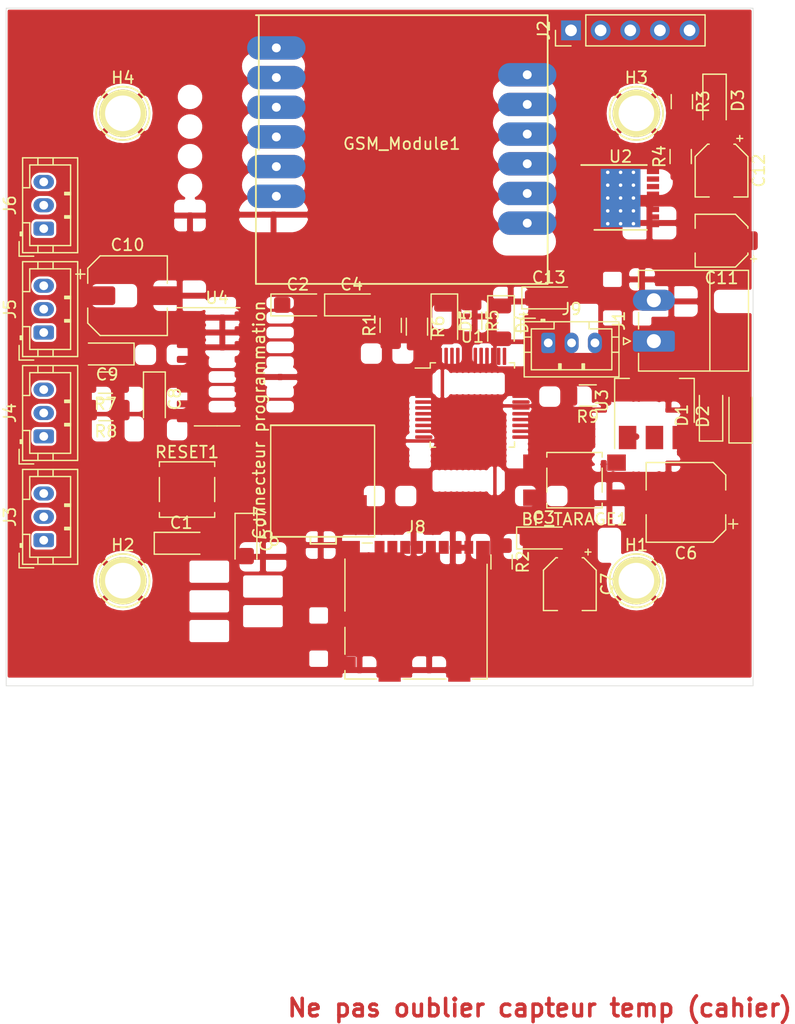
<source format=kicad_pcb>
(kicad_pcb (version 20171130) (host pcbnew "(5.1.9)-1")
  (layers (0 F.Cu signal) (31 B.Cu signal hide) (34 B.Paste user hide) (35 F.Paste user hide) (36 B.SilkS user hide) (37 F.SilkS user) (38 B.Mask user hide) (39 F.Mask user hide) (44 Edge.Cuts user))
  (net 0 "")
  (net 1 /Microcontrôleur/TARE)
  (net 2 GND)
  (net 3 /Alim/3,3V)
  (net 4 "Net-(C6-Pad1)")
  (net 5 "Net-(C8-Pad2)")
  (net 6 "Net-(C8-Pad1)")
  (net 7 "Net-(C9-Pad1)")
  (net 8 "Net-(C9-Pad2)")
  (net 9 /E+)
  (net 10 /Alim/12V)
  (net 11 "Net-(GSM_Module1-Pad1)")
  (net 12 "Net-(GSM_Module1-Pad12)")
  (net 13 "Net-(GSM_Module1-Pad11)")
  (net 14 "Net-(GSM_Module1-Pad10)")
  (net 15 "Net-(GSM_Module1-Pad9)")
  (net 16 "Net-(GSM_Module1-Pad8)")
  (net 17 "Net-(GSM_Module1-Pad7)")
  (net 18 /ADS1231/E-)
  (net 19 "Net-(J3-Pad2)")
  (net 20 "Net-(J3-Pad1)")
  (net 21 "Net-(J4-Pad1)")
  (net 22 /ADS1231/A-)
  (net 23 /ADS1231/A+)
  (net 24 "Net-(J5-Pad2)")
  (net 25 "Net-(J8-Pad1)")
  (net 26 "Net-(J8-Pad8)")
  (net 27 /Microcontrôleur/SD_CS)
  (net 28 /Microcontrôleur/SPI_MOSI)
  (net 29 /Microcontrôleur/SPI_CLK)
  (net 30 "Net-(J8-Pad10)")
  (net 31 "Net-(R1-Pad2)")
  (net 32 "Net-(R3-Pad2)")
  (net 33 "Net-(D4-Pad1)")
  (net 34 "Net-(D5-Pad1)")
  (net 35 /ADS1231/DOUT)
  (net 36 /ADS1231/PD_SCK)
  (net 37 "Net-(U1-Pad5)")
  (net 38 "Net-(U1-Pad6)")
  (net 39 "Net-(U1-Pad10)")
  (net 40 "Net-(U1-Pad11)")
  (net 41 /Microcontrôleur/SPI_SS)
  (net 42 /Microcontrôleur/SPI_MISO)
  (net 43 /ADS1231/PWDRN)
  (net 44 "Net-(U1-Pad19)")
  (net 45 /Microcontrôleur/LED_R)
  (net 46 /Microcontrôleur/LED_G)
  (net 47 "Net-(U1-Pad27)")
  (net 48 "Net-(U1-Pad28)")
  (net 49 "Net-(U1-Pad29)")
  (net 50 "Net-(U1-Pad32)")
  (net 51 "Net-(U1-Pad38)")
  (net 52 "Net-(U1-Pad39)")
  (net 53 "Net-(U1-Pad42)")
  (net 54 "Net-(U1-Pad43)")
  (net 55 "Net-(U1-Pad45)")
  (net 56 "Net-(U1-Pad46)")
  (net 57 "Net-(U2-Pad2)")
  (net 58 "Net-(U2-Pad11)")
  (net 59 "Net-(U2-Pad15)")
  (net 60 /Microcontrôleur/NRST)
  (net 61 /RST)
  (net 62 /Microcontrôleur/UART_RX)
  (net 63 /Microcontrôleur/SWDON)
  (net 64 /Microcontrôleur/UART_TX)
  (net 65 /Microcontrôleur/SWCLK)
  (net 66 /Alim/GSM_SHDN)
  (net 67 "Net-(C2-Pad1)")
  (net 68 "Net-(C3-Pad1)")
  (net 69 "Net-(C4-Pad1)")
  (net 70 "Net-(C5-Pad1)")
  (net 71 "Net-(C13-Pad1)")
  (net 72 /GSM_TX)
  (net 73 /GSM_RX)
  (net 74 /Alim/3,9V)
  (net 75 /3,9V)
  (net 76 "Net-(U1-Pad20)")
  (net 77 "Net-(U1-Pad22)")
  (net 78 "Net-(U1-Pad18)")
  (net 79 /Microcontrôleur/TEMP)
  (module Connector_JST:JST_PH_B3B-PH-K_1x03_P2.00mm_Vertical (layer F.Cu) (at 86.45 58.65)
    (fp_text reference J9 (at 2 -2.9) (layer F.SilkS))
    (fp_text value Conn_01x03)
    (pad 3 thru_hole oval (at 4 0) (size 1.2 1.75) (drill 0.75) (layers *.Cu *.Mask) (net 3 /Alim/3,3V))
    (pad 2 thru_hole oval (at 2 0) (size 1.2 1.75) (drill 0.75) (layers *.Cu *.Mask) (net 79 /Microcontrôleur/TEMP))
    (pad 1 thru_hole roundrect (at 0 0) (size 1.2 1.75) (drill 0.75) (layers *.Cu *.Mask) (roundrect_rratio 0.208333) (net 2 GND))
  )
  (module Resistor_SMD:R_1206_3216Metric (layer F.Cu) (at 89.8375 63.15 180)
    (fp_text reference R9 (at 0 -1.82) (layer F.SilkS))
    (fp_text value 4.7k)
    (pad 2 smd roundrect (at 1.4625 0 180) (size 1.125 1.75) (layers F.Cu F.Paste F.Mask) (roundrect_rratio 0.222222) (net 79 /Microcontrôleur/TEMP))
    (pad 1 smd roundrect (at -1.4625 0 180) (size 1.125 1.75) (layers F.Cu F.Paste F.Mask) (roundrect_rratio 0.222222) (net 3 /Alim/3,3V))
  )
  (module Button_Switch_SMD:SW_SPST_TL3305C (layer F.Cu) (at 55.5 71.2)
    (fp_text reference RESET1 (at 0 -3.2) (layer F.SilkS))
    (fp_text value SW_Push)
    (pad 2 smd rect (at -3.6 1.5) (size 1.6 1.4) (layers F.Cu F.Paste F.Mask) (net 60 /Microcontrôleur/NRST))
    (pad 2 smd rect (at 3.6 1.5) (size 1.6 1.4) (layers F.Cu F.Paste F.Mask) (net 60 /Microcontrôleur/NRST))
    (pad 1 smd rect (at -3.6 -1.5) (size 1.6 1.4) (layers F.Cu F.Paste F.Mask) (net 2 GND))
    (pad 1 smd rect (at 3.6 -1.5) (size 1.6 1.4) (layers F.Cu F.Paste F.Mask) (net 2 GND))
  )
  (module Resistor_SMD:R_1206_3216Metric (layer F.Cu) (at 75.2 57.2625 270)
    (fp_text reference R6 (at 0 -1.82 90) (layer F.SilkS))
    (fp_text value 90)
    (pad 2 smd roundrect (at 1.4625 0 270) (size 1.125 1.75) (layers F.Cu F.Paste F.Mask) (roundrect_rratio 0.222222) (net 2 GND))
    (pad 1 smd roundrect (at -1.4625 0 270) (size 1.125 1.75) (layers F.Cu F.Paste F.Mask) (roundrect_rratio 0.222222) (net 34 "Net-(D5-Pad1)"))
  )
  (module Resistor_SMD:R_1206_3216Metric (layer F.Cu) (at 79.85 56.7625 270)
    (fp_text reference R5 (at 0 -1.82 90) (layer F.SilkS))
    (fp_text value 140)
    (pad 2 smd roundrect (at 1.4625 0 270) (size 1.125 1.75) (layers F.Cu F.Paste F.Mask) (roundrect_rratio 0.222222) (net 2 GND))
    (pad 1 smd roundrect (at -1.4625 0 270) (size 1.125 1.75) (layers F.Cu F.Paste F.Mask) (roundrect_rratio 0.222222) (net 33 "Net-(D4-Pad1)"))
  )
  (module LED_SMD:LED_1206_3216Metric (layer F.Cu) (at 77.55 56.75 270)
    (fp_text reference D5 (at 0 -1.82 90) (layer F.SilkS))
    (fp_text value LED)
    (pad 2 smd roundrect (at 1.4 0 270) (size 1.25 1.75) (layers F.Cu F.Paste F.Mask) (roundrect_rratio 0.2) (net 46 /Microcontrôleur/LED_G))
    (pad 1 smd roundrect (at -1.4 0 270) (size 1.25 1.75) (layers F.Cu F.Paste F.Mask) (roundrect_rratio 0.2) (net 34 "Net-(D5-Pad1)"))
  )
  (module LED_SMD:LED_1206_3216Metric (layer F.Cu) (at 82.4 56.9 270)
    (fp_text reference D4 (at 0 -1.82 90) (layer F.SilkS))
    (fp_text value LED)
    (pad 2 smd roundrect (at 1.4 0 270) (size 1.25 1.75) (layers F.Cu F.Paste F.Mask) (roundrect_rratio 0.2) (net 45 /Microcontrôleur/LED_R))
    (pad 1 smd roundrect (at -1.4 0 270) (size 1.25 1.75) (layers F.Cu F.Paste F.Mask) (roundrect_rratio 0.2) (net 33 "Net-(D4-Pad1)"))
  )
  (module Capacitor_Tantalum_SMD:CP_EIA-3216-18_Kemet-A (layer F.Cu) (at 55 75.8)
    (fp_text reference C1 (at 0 -1.75) (layer F.SilkS))
    (fp_text value 100n)
    (pad 2 smd roundrect (at 1.35 0) (size 1.4 1.35) (layers F.Cu F.Paste F.Mask) (roundrect_rratio 0.185185) (net 2 GND))
    (pad 1 smd roundrect (at -1.35 0) (size 1.4 1.35) (layers F.Cu F.Paste F.Mask) (roundrect_rratio 0.185185) (net 60 /Microcontrôleur/NRST))
  )
  (module Button_Switch_SMD:SW_SPST_TL3305C (layer F.Cu) (at 88.7 70.4 180)
    (fp_text reference BP_TARAGE1 (at 0 -3.35) (layer F.SilkS))
    (fp_text value SW_Push)
    (pad 2 smd rect (at -3.6 1.5 180) (size 1.6 1.4) (layers F.Cu F.Paste F.Mask) (net 1 /Microcontrôleur/TARE))
    (pad 2 smd rect (at 3.6 1.5 180) (size 1.6 1.4) (layers F.Cu F.Paste F.Mask) (net 1 /Microcontrôleur/TARE))
    (pad 1 smd rect (at -3.6 -1.5 180) (size 1.6 1.4) (layers F.Cu F.Paste F.Mask) (net 2 GND))
    (pad 1 smd rect (at 3.6 -1.5 180) (size 1.6 1.4) (layers F.Cu F.Paste F.Mask) (net 2 GND))
  )
  (module Capacitor_Tantalum_SMD:CP_EIA-3216-18_Kemet-A (layer F.Cu) (at 86.5 54.8)
    (fp_text reference C13 (at 0 -1.75 180) (layer F.SilkS))
    (fp_text value 100n)
    (pad 2 smd roundrect (at 1.35 0) (size 1.4 1.35) (layers F.Cu F.Paste F.Mask) (roundrect_rratio 0.185185) (net 3 /Alim/3,3V))
    (pad 1 smd roundrect (at -1.35 0) (size 1.4 1.35) (layers F.Cu F.Paste F.Mask) (roundrect_rratio 0.185185) (net 71 "Net-(C13-Pad1)"))
  )
  (module Package_TO_SOT_SMD:SOT-223-3_TabPin2 (layer F.Cu) (at 95.55 63.6 90)
    (fp_text reference U3 (at 0 -4.5 90) (layer F.SilkS))
    (fp_text value AP1117-33)
    (pad 1 smd rect (at -3.15 -2.3 90) (size 2 1.5) (layers F.Cu F.Paste F.Mask) (net 2 GND))
    (pad 3 smd rect (at -3.15 2.3 90) (size 2 1.5) (layers F.Cu F.Paste F.Mask) (net 4 "Net-(C6-Pad1)"))
    (pad 2 smd rect (at -3.15 0 90) (size 2 1.5) (layers F.Cu F.Paste F.Mask) (net 3 /Alim/3,3V))
    (pad 2 smd rect (at 3.15 0 90) (size 2 3.8) (layers F.Cu F.Paste F.Mask) (net 3 /Alim/3,3V))
  )
  (module Capacitor_SMD:CP_Elec_4x5.8 (layer F.Cu) (at 101.3 43.9 270)
    (fp_text reference C12 (at 0 -3.2 90) (layer F.SilkS))
    (fp_text value 10u)
    (pad 2 smd roundrect (at 1.8 0 270) (size 2.6 1.6) (layers F.Cu F.Paste F.Mask) (roundrect_rratio 0.15625) (net 2 GND))
    (pad 1 smd roundrect (at -1.8 0 270) (size 2.6 1.6) (layers F.Cu F.Paste F.Mask) (roundrect_rratio 0.15625) (net 74 /Alim/3,9V))
  )
  (module Capacitor_SMD:CP_Elec_4x5.8 (layer F.Cu) (at 101.3 49.9 180)
    (fp_text reference C11 (at 0 -3.2) (layer F.SilkS))
    (fp_text value 10u)
    (pad 2 smd roundrect (at 1.8 0 180) (size 2.6 1.6) (layers F.Cu F.Paste F.Mask) (roundrect_rratio 0.15625) (net 10 /Alim/12V))
    (pad 1 smd roundrect (at -1.8 0 180) (size 2.6 1.6) (layers F.Cu F.Paste F.Mask) (roundrect_rratio 0.15625) (net 2 GND))
  )
  (module Capacitor_SMD:CP_Elec_6.3x5.4 (layer F.Cu) (at 50.4 54.61)
    (fp_text reference C10 (at 0 -4.35) (layer F.SilkS))
    (fp_text value 47u)
    (pad 1 smd roundrect (at -2.8 0) (size 3.5 1.6) (layers F.Cu F.Paste F.Mask) (roundrect_rratio 0.15625) (net 9 /E+))
    (pad 2 smd roundrect (at 2.8 0) (size 3.5 1.6) (layers F.Cu F.Paste F.Mask) (roundrect_rratio 0.15625) (net 2 GND))
  )
  (module Capacitor_SMD:CP_Elec_4x5.8 (layer F.Cu) (at 88.3 79.3 270)
    (fp_text reference C7 (at 0 -3.2 90) (layer F.SilkS))
    (fp_text value 10u)
    (pad 2 smd roundrect (at 1.8 0 270) (size 2.6 1.6) (layers F.Cu F.Paste F.Mask) (roundrect_rratio 0.15625) (net 2 GND))
    (pad 1 smd roundrect (at -1.8 0 270) (size 2.6 1.6) (layers F.Cu F.Paste F.Mask) (roundrect_rratio 0.15625) (net 3 /Alim/3,3V))
  )
  (module Capacitor_SMD:CP_Elec_6.3x5.4 (layer F.Cu) (at 98.25 72.3 180)
    (fp_text reference C6 (at 0 -4.35) (layer F.SilkS))
    (fp_text value 47u)
    (pad 2 smd roundrect (at 2.8 0 180) (size 3.5 1.6) (layers F.Cu F.Paste F.Mask) (roundrect_rratio 0.15625) (net 2 GND))
    (pad 1 smd roundrect (at -2.8 0 180) (size 3.5 1.6) (layers F.Cu F.Paste F.Mask) (roundrect_rratio 0.15625) (net 4 "Net-(C6-Pad1)"))
  )
  (module Capacitor_Tantalum_SMD:CP_EIA-3216-18_Kemet-A (layer F.Cu) (at 65 55.4)
    (fp_text reference C2 (at 0 -1.75) (layer F.SilkS))
    (fp_text value 100n)
    (pad 1 smd roundrect (at -1.35 0) (size 1.4 1.35) (layers F.Cu F.Paste F.Mask) (roundrect_rratio 0.185185) (net 67 "Net-(C2-Pad1)"))
    (pad 2 smd roundrect (at 1.35 0) (size 1.4 1.35) (layers F.Cu F.Paste F.Mask) (roundrect_rratio 0.185185) (net 3 /Alim/3,3V))
  )
  (module Capacitor_Tantalum_SMD:CP_EIA-3216-18_Kemet-A (layer F.Cu) (at 86.05 75.35)
    (fp_text reference C3 (at 0 -1.75) (layer F.SilkS))
    (fp_text value 100n)
    (pad 1 smd roundrect (at -1.35 0) (size 1.4 1.35) (layers F.Cu F.Paste F.Mask) (roundrect_rratio 0.185185) (net 68 "Net-(C3-Pad1)"))
    (pad 2 smd roundrect (at 1.35 0) (size 1.4 1.35) (layers F.Cu F.Paste F.Mask) (roundrect_rratio 0.185185) (net 3 /Alim/3,3V))
  )
  (module Capacitor_Tantalum_SMD:CP_EIA-3216-18_Kemet-A (layer F.Cu) (at 69.6 55.4)
    (fp_text reference C4 (at 0 -1.75) (layer F.SilkS))
    (fp_text value 100n)
    (pad 1 smd roundrect (at -1.35 0) (size 1.4 1.35) (layers F.Cu F.Paste F.Mask) (roundrect_rratio 0.185185) (net 69 "Net-(C4-Pad1)"))
    (pad 2 smd roundrect (at 1.35 0) (size 1.4 1.35) (layers F.Cu F.Paste F.Mask) (roundrect_rratio 0.185185) (net 3 /Alim/3,3V))
  )
  (module Capacitor_Tantalum_SMD:CP_EIA-3216-18_Kemet-A (layer F.Cu) (at 60.55 75.55 270)
    (fp_text reference C5 (at 0 -1.75 90) (layer F.SilkS))
    (fp_text value 100n)
    (pad 2 smd roundrect (at 1.35 0 270) (size 1.4 1.35) (layers F.Cu F.Paste F.Mask) (roundrect_rratio 0.185185) (net 3 /Alim/3,3V))
    (pad 1 smd roundrect (at -1.35 0 270) (size 1.4 1.35) (layers F.Cu F.Paste F.Mask) (roundrect_rratio 0.185185) (net 70 "Net-(C5-Pad1)"))
  )
  (module Capacitor_Tantalum_SMD:CP_EIA-3216-18_Kemet-A (layer F.Cu) (at 52.7 63.45 270)
    (fp_text reference C8 (at 0 -1.75 90) (layer F.SilkS))
    (fp_text value 100n)
    (pad 1 smd roundrect (at -1.35 0 270) (size 1.4 1.35) (layers F.Cu F.Paste F.Mask) (roundrect_rratio 0.185185) (net 6 "Net-(C8-Pad1)"))
    (pad 2 smd roundrect (at 1.35 0 270) (size 1.4 1.35) (layers F.Cu F.Paste F.Mask) (roundrect_rratio 0.185185) (net 5 "Net-(C8-Pad2)"))
  )
  (module Capacitor_Tantalum_SMD:CP_EIA-3216-18_Kemet-A (layer F.Cu) (at 48.65 59.6 180)
    (fp_text reference C9 (at 0 -1.75) (layer F.SilkS))
    (fp_text value 100n)
    (pad 2 smd roundrect (at 1.35 0 180) (size 1.4 1.35) (layers F.Cu F.Paste F.Mask) (roundrect_rratio 0.185185) (net 8 "Net-(C9-Pad2)"))
    (pad 1 smd roundrect (at -1.35 0 180) (size 1.4 1.35) (layers F.Cu F.Paste F.Mask) (roundrect_rratio 0.185185) (net 7 "Net-(C9-Pad1)"))
  )
  (module Diode_SMD:D_SOD-123 (layer F.Cu) (at 100.4 64.8 90)
    (fp_text reference D1 (at -0.05 -2.5 90) (layer F.SilkS))
    (fp_text value D_Shockley)
    (pad 1 smd rect (at -1.65 0 90) (size 0.9 1.2) (layers F.Cu F.Paste F.Mask) (net 4 "Net-(C6-Pad1)"))
    (pad 2 smd rect (at 1.65 0 90) (size 0.9 1.2) (layers F.Cu F.Paste F.Mask) (net 10 /Alim/12V))
  )
  (module Diode_SMD:D_SOD-123 (layer F.Cu) (at 102.938 64.965 90)
    (fp_text reference D2 (at 0.015 -3.238 90) (layer F.SilkS))
    (fp_text value D_Shockley)
    (pad 2 smd rect (at 1.65 0 90) (size 0.9 1.2) (layers F.Cu F.Paste F.Mask) (net 2 GND))
    (pad 1 smd rect (at -1.65 0 90) (size 0.9 1.2) (layers F.Cu F.Paste F.Mask) (net 4 "Net-(C6-Pad1)"))
  )
  (module Diode_SMD:D_SOD-123 (layer F.Cu) (at 100.7 37.9 270)
    (fp_text reference D3 (at 0 -2 90) (layer F.SilkS))
    (fp_text value D_Shockley)
    (pad 1 smd rect (at -1.65 0 270) (size 0.9 1.2) (layers F.Cu F.Paste F.Mask) (net 74 /Alim/3,9V))
    (pad 2 smd rect (at 1.65 0 270) (size 0.9 1.2) (layers F.Cu F.Paste F.Mask) (net 2 GND))
  )
  (module SIM800L:SIM800L (layer F.Cu) (at 73.9 42.1 180)
    (fp_text reference GSM_Module1 (at 0 0.5 180) (layer F.SilkS))
    (fp_text value SIM800L)
    (pad 6 thru_hole oval (at -10.75 6.4 180) (size 5 2) (drill 0.762) (layers *.Cu *.Mask) (net 2 GND))
    (pad 5 thru_hole oval (at -10.75 3.86 180) (size 5 2) (drill 0.762) (layers *.Cu *.Mask) (net 72 /GSM_TX))
    (pad 4 thru_hole oval (at -10.75 1.32 180) (size 5 2) (drill 0.762) (layers *.Cu *.Mask) (net 73 /GSM_RX))
    (pad 3 thru_hole oval (at -10.75 -1.22 180) (size 5 2) (drill 0.762) (layers *.Cu *.Mask) (net 61 /RST))
    (pad 2 thru_hole oval (at -10.75 -3.76 180) (size 5 2) (drill 0.762) (layers *.Cu *.Mask) (net 74 /Alim/3,9V))
    (pad 1 thru_hole oval (at -10.75 -6.3 180) (size 5 2) (drill 0.762) (layers *.Cu *.Mask) (net 11 "Net-(GSM_Module1-Pad1)"))
    (pad 12 thru_hole oval (at 10.75 8.7 180) (size 5 2) (drill 0.762) (layers *.Cu *.Mask) (net 12 "Net-(GSM_Module1-Pad12)"))
    (pad 11 thru_hole oval (at 10.75 6.16 180) (size 5 2) (drill 0.762) (layers *.Cu *.Mask) (net 13 "Net-(GSM_Module1-Pad11)"))
    (pad 10 thru_hole oval (at 10.75 3.62 180) (size 5 2) (drill 0.762) (layers *.Cu *.Mask) (net 14 "Net-(GSM_Module1-Pad10)"))
    (pad 9 thru_hole oval (at 10.75 1.08 180) (size 5 2) (drill 0.762) (layers *.Cu *.Mask) (net 15 "Net-(GSM_Module1-Pad9)"))
    (pad 8 thru_hole oval (at 10.75 -1.46 180) (size 5 2) (drill 0.762) (layers *.Cu *.Mask) (net 16 "Net-(GSM_Module1-Pad8)"))
    (pad 7 thru_hole oval (at 10.75 -4 180) (size 5 2) (drill 0.762) (layers *.Cu *.Mask) (net 17 "Net-(GSM_Module1-Pad7)"))
  )
  (module Socket_Arduino_Uno:Arduino_1pin (layer F.Cu) (at 94 79)
    (fp_text reference H1 (at 0 -3.048) (layer F.SilkS))
    (fp_text value MountingHole_Pad)
    (pad 1 thru_hole circle (at 0 0) (size 4.064 4.064) (drill 3.048) (layers *.Cu *.Mask F.SilkS) (net 2 GND))
  )
  (module Socket_Arduino_Uno:Arduino_1pin (layer F.Cu) (at 50 79)
    (fp_text reference H2 (at 0 -3.048) (layer F.SilkS))
    (fp_text value MountingHole_Pad)
    (pad 1 thru_hole circle (at 0 0) (size 4.064 4.064) (drill 3.048) (layers *.Cu *.Mask F.SilkS) (net 2 GND))
  )
  (module Socket_Arduino_Uno:Arduino_1pin (layer F.Cu) (at 94 39)
    (fp_text reference H3 (at 0 -3.048) (layer F.SilkS))
    (fp_text value MountingHole_Pad)
    (pad 1 thru_hole circle (at 0 0) (size 4.064 4.064) (drill 3.048) (layers *.Cu *.Mask F.SilkS) (net 2 GND))
  )
  (module Socket_Arduino_Uno:Arduino_1pin (layer F.Cu) (at 50 39)
    (fp_text reference H4 (at 0 -3.048) (layer F.SilkS))
    (fp_text value MountingHole_Pad)
    (pad 1 thru_hole circle (at 0 0) (size 4.064 4.064) (drill 3.048) (layers *.Cu *.Mask F.SilkS) (net 2 GND))
  )
  (module Connector_Phoenix_MC:PhoenixContact_MC_1,5_2-G-3.5_1x02_P3.50mm_Horizontal (layer F.Cu) (at 95.5 58.5 90)
    (fp_text reference J1 (at 1.75 -3 90) (layer F.SilkS))
    (fp_text value Alim12V)
    (pad 1 thru_hole roundrect (at 0 0 90) (size 1.8 3.6) (drill 1.2) (layers *.Cu *.Mask) (roundrect_rratio 0.138889) (net 2 GND))
    (pad 2 thru_hole oval (at 3.5 0 90) (size 1.8 3.6) (drill 1.2) (layers *.Cu *.Mask) (net 10 /Alim/12V))
  )
  (module Connector_PinHeader_2.54mm:PinHeader_1x05_P2.54mm_Vertical (layer F.Cu) (at 88.4 31.9 90)
    (fp_text reference J2 (at 0 -2.33 90) (layer F.SilkS))
    (fp_text value "Connecteur Sim")
    (pad 1 thru_hole rect (at 0 0 90) (size 1.7 1.7) (drill 1) (layers *.Cu *.Mask) (net 2 GND))
    (pad 2 thru_hole oval (at 0 2.54 90) (size 1.7 1.7) (drill 1) (layers *.Cu *.Mask) (net 72 /GSM_TX))
    (pad 3 thru_hole oval (at 0 5.08 90) (size 1.7 1.7) (drill 1) (layers *.Cu *.Mask) (net 73 /GSM_RX))
    (pad 4 thru_hole oval (at 0 7.62 90) (size 1.7 1.7) (drill 1) (layers *.Cu *.Mask) (net 61 /RST))
    (pad 5 thru_hole oval (at 0 10.16 90) (size 1.7 1.7) (drill 1) (layers *.Cu *.Mask) (net 75 /3,9V))
  )
  (module Connector_JST:JST_PH_B3B-PH-K_1x03_P2.00mm_Vertical (layer F.Cu) (at 43.22 75.54 90)
    (fp_text reference J3 (at 2 -2.9 90) (layer F.SilkS))
    (fp_text value NO)
    (pad 3 thru_hole oval (at 4 0 90) (size 1.2 1.75) (drill 0.75) (layers *.Cu *.Mask) (net 18 /ADS1231/E-))
    (pad 2 thru_hole oval (at 2 0 90) (size 1.2 1.75) (drill 0.75) (layers *.Cu *.Mask) (net 19 "Net-(J3-Pad2)"))
    (pad 1 thru_hole roundrect (at 0 0 90) (size 1.2 1.75) (drill 0.75) (layers *.Cu *.Mask) (roundrect_rratio 0.208333) (net 20 "Net-(J3-Pad1)"))
  )
  (module Connector_JST:JST_PH_B3B-PH-K_1x03_P2.00mm_Vertical (layer F.Cu) (at 43.22 66.65 90)
    (fp_text reference J4 (at 2 -2.9 90) (layer F.SilkS))
    (fp_text value NE)
    (pad 1 thru_hole roundrect (at 0 0 90) (size 1.2 1.75) (drill 0.75) (layers *.Cu *.Mask) (roundrect_rratio 0.208333) (net 21 "Net-(J4-Pad1)"))
    (pad 2 thru_hole oval (at 2 0 90) (size 1.2 1.75) (drill 0.75) (layers *.Cu *.Mask) (net 19 "Net-(J3-Pad2)"))
    (pad 3 thru_hole oval (at 4 0 90) (size 1.2 1.75) (drill 0.75) (layers *.Cu *.Mask) (net 22 /ADS1231/A-))
  )
  (module Connector_JST:JST_PH_B3B-PH-K_1x03_P2.00mm_Vertical (layer F.Cu) (at 43.22 57.76 90)
    (fp_text reference J5 (at 2 -2.9 90) (layer F.SilkS))
    (fp_text value SO)
    (pad 3 thru_hole oval (at 4 0 90) (size 1.2 1.75) (drill 0.75) (layers *.Cu *.Mask) (net 23 /ADS1231/A+))
    (pad 2 thru_hole oval (at 2 0 90) (size 1.2 1.75) (drill 0.75) (layers *.Cu *.Mask) (net 24 "Net-(J5-Pad2)"))
    (pad 1 thru_hole roundrect (at 0 0 90) (size 1.2 1.75) (drill 0.75) (layers *.Cu *.Mask) (roundrect_rratio 0.208333) (net 20 "Net-(J3-Pad1)"))
  )
  (module Connector_JST:JST_PH_B3B-PH-K_1x03_P2.00mm_Vertical (layer F.Cu) (at 43.22 48.87 90)
    (fp_text reference J6 (at 2 -2.9 90) (layer F.SilkS))
    (fp_text value SE)
    (pad 1 thru_hole roundrect (at 0 0 90) (size 1.2 1.75) (drill 0.75) (layers *.Cu *.Mask) (roundrect_rratio 0.208333) (net 21 "Net-(J4-Pad1)"))
    (pad 2 thru_hole oval (at 2 0 90) (size 1.2 1.75) (drill 0.75) (layers *.Cu *.Mask) (net 24 "Net-(J5-Pad2)"))
    (pad 3 thru_hole oval (at 4 0 90) (size 1.2 1.75) (drill 0.75) (layers *.Cu *.Mask) (net 9 /E+))
  )
  (module Micro-match:Micro-match_6 (layer F.Cu) (at 66.07 67.35 90)
    (fp_text reference J7 (at -6.1 -4.3 90) (layer F.SilkS))
    (fp_text value "Connecteur programmation" (at 2.1 -4.4 90) (layer F.SilkS))
    (pad 1 smd rect (at -6.35 -1.27 180) (size 3 1.5) (layers F.Cu F.Paste F.Mask) (net 64 /Microcontrôleur/UART_TX))
    (pad 5 smd rect (at -1.27 -1.27 180) (size 3 1.5) (layers F.Cu F.Paste F.Mask) (net 65 /Microcontrôleur/SWCLK))
    (pad 3 smd rect (at -3.81 -1.27 180) (size 3 1.5) (layers F.Cu F.Paste F.Mask) (net 60 /Microcontrôleur/NRST))
    (pad 2 smd rect (at -5.08 3.33 180) (size 3 1.5) (layers F.Cu F.Paste F.Mask) (net 62 /Microcontrôleur/UART_RX))
    (pad 4 smd rect (at -2.54 3.33 180) (size 3 1.5) (layers F.Cu F.Paste F.Mask) (net 63 /Microcontrôleur/SWDON))
    (pad 6 smd rect (at 0 3.33 180) (size 3 1.5) (layers F.Cu F.Paste F.Mask) (net 2 GND))
  )
  (module Connector_Card:microSD_HC_Molex_104031-0811 (layer F.Cu) (at 75.1 81.6)
    (fp_text reference J8 (at 0 -7.18) (layer F.SilkS))
    (fp_text value Micro_SD_Card_Det_Hirose_DM3AT)
    (pad 1 smd rect (at -3.105 -5.45) (size 0.85 1.1) (layers F.Cu F.Paste F.Mask) (net 25 "Net-(J8-Pad1)"))
    (pad 8 smd rect (at 4.545 -5.45) (size 0.75 1.1) (layers F.Cu F.Paste F.Mask) (net 26 "Net-(J8-Pad8)"))
    (pad 2 smd rect (at -2.005 -5.45) (size 0.85 1.1) (layers F.Cu F.Paste F.Mask) (net 27 /Microcontrôleur/SD_CS))
    (pad 3 smd rect (at -0.905 -5.45) (size 0.85 1.1) (layers F.Cu F.Paste F.Mask) (net 28 /Microcontrôleur/SPI_MOSI))
    (pad 4 smd rect (at 0.195 -5.45) (size 0.85 1.1) (layers F.Cu F.Paste F.Mask) (net 3 /Alim/3,3V))
    (pad 5 smd rect (at 1.295 -5.45) (size 0.85 1.1) (layers F.Cu F.Paste F.Mask) (net 29 /Microcontrôleur/SPI_CLK))
    (pad 6 smd rect (at 2.395 -5.45) (size 0.85 1.1) (layers F.Cu F.Paste F.Mask) (net 2 GND))
    (pad 7 smd rect (at 3.495 -5.45) (size 0.85 1.1) (layers F.Cu F.Paste F.Mask) (net 28 /Microcontrôleur/SPI_MOSI))
    (pad 11 smd rect (at 5.755 -5.1) (size 1.17 1.8) (layers F.Cu F.Paste F.Mask) (net 2 GND))
    (pad 11 smd rect (at -5.565 -5.325) (size 1.55 1.35) (layers F.Cu F.Paste F.Mask) (net 2 GND))
    (pad 10 smd rect (at -5.74 4.4) (size 1.2 1) (layers F.Cu F.Paste F.Mask) (net 30 "Net-(J8-Pad10)"))
    (pad 9 smd rect (at -5.74 0.7) (size 1.2 1) (layers F.Cu F.Paste F.Mask) (net 27 /Microcontrôleur/SD_CS))
    (pad 11 smd rect (at -2.24 5.375) (size 1.9 1.35) (layers F.Cu F.Paste F.Mask) (net 2 GND))
    (pad 11 smd rect (at 3.73 5.375) (size 1.9 1.35) (layers F.Cu F.Paste F.Mask) (net 2 GND))
  )
  (module Resistor_SMD:R_1206_3216Metric (layer F.Cu) (at 72.95 57.15 90)
    (fp_text reference R1 (at 0 -1.82 90) (layer F.SilkS))
    (fp_text value 100K)
    (pad 2 smd roundrect (at 1.4 0 90) (size 1.25 1.75) (layers F.Cu F.Paste F.Mask) (roundrect_rratio 0.2) (net 31 "Net-(R1-Pad2)"))
    (pad 1 smd roundrect (at -1.4 0 90) (size 1.25 1.75) (layers F.Cu F.Paste F.Mask) (roundrect_rratio 0.2) (net 2 GND))
  )
  (module Resistor_SMD:R_1206_3216Metric (layer F.Cu) (at 82.45 77.4 270)
    (fp_text reference R2 (at 0 -1.82 90) (layer F.SilkS))
    (fp_text value 10k)
    (pad 1 smd roundrect (at -1.4 0 270) (size 1.25 1.75) (layers F.Cu F.Paste F.Mask) (roundrect_rratio 0.2) (net 3 /Alim/3,3V))
    (pad 2 smd roundrect (at 1.4 0 270) (size 1.25 1.75) (layers F.Cu F.Paste F.Mask) (roundrect_rratio 0.2) (net 27 /Microcontrôleur/SD_CS))
  )
  (module Resistor_SMD:R_1206_3216Metric (layer F.Cu) (at 97.9 38 270)
    (fp_text reference R3 (at 0 -1.82 90) (layer F.SilkS))
    (fp_text value 4,7k)
    (pad 2 smd roundrect (at 1.4 0 270) (size 1.25 1.75) (layers F.Cu F.Paste F.Mask) (roundrect_rratio 0.2) (net 32 "Net-(R3-Pad2)"))
    (pad 1 smd roundrect (at -1.4 0 270) (size 1.25 1.75) (layers F.Cu F.Paste F.Mask) (roundrect_rratio 0.2) (net 74 /Alim/3,9V))
  )
  (module Resistor_SMD:R_1206_3216Metric (layer F.Cu) (at 97.8 42.7 90)
    (fp_text reference R4 (at 0 -1.82 90) (layer F.SilkS))
    (fp_text value 4,7k)
    (pad 1 smd roundrect (at -1.4 0 90) (size 1.25 1.75) (layers F.Cu F.Paste F.Mask) (roundrect_rratio 0.2) (net 32 "Net-(R3-Pad2)"))
    (pad 2 smd roundrect (at 1.4 0 90) (size 1.25 1.75) (layers F.Cu F.Paste F.Mask) (roundrect_rratio 0.2) (net 2 GND))
  )
  (module Resistor_SMD:R_1206_3216Metric (layer F.Cu) (at 48.5 62.05 180)
    (fp_text reference R7 (at 0 -1.82) (layer F.SilkS))
    (fp_text value 100)
    (pad 1 smd roundrect (at -1.4 0 180) (size 1.25 1.75) (layers F.Cu F.Paste F.Mask) (roundrect_rratio 0.2) (net 6 "Net-(C8-Pad1)"))
    (pad 2 smd roundrect (at 1.4 0 180) (size 1.25 1.75) (layers F.Cu F.Paste F.Mask) (roundrect_rratio 0.2) (net 23 /ADS1231/A+))
  )
  (module Resistor_SMD:R_1206_3216Metric (layer F.Cu) (at 48.55 64.4 180)
    (fp_text reference R8 (at 0 -1.82) (layer F.SilkS))
    (fp_text value 100)
    (pad 2 smd roundrect (at 1.4 0 180) (size 1.25 1.75) (layers F.Cu F.Paste F.Mask) (roundrect_rratio 0.2) (net 22 /ADS1231/A-))
    (pad 1 smd roundrect (at -1.4 0 180) (size 1.25 1.75) (layers F.Cu F.Paste F.Mask) (roundrect_rratio 0.2) (net 5 "Net-(C8-Pad2)"))
  )
  (module Package_QFP:LQFP-48_7x7mm_P0.5mm (layer F.Cu) (at 79.95 63.9625)
    (fp_text reference U1 (at 0 -5.85 -180) (layer F.SilkS))
    (fp_text value STM32L073CZTx)
    (pad 1 smd roundrect (at -4.1625 -2.75) (size 1.475 0.3) (layers F.Cu F.Paste F.Mask) (net 67 "Net-(C2-Pad1)"))
    (pad 2 smd roundrect (at -4.1625 -2.25) (size 1.475 0.3) (layers F.Cu F.Paste F.Mask) (net 35 /ADS1231/DOUT))
    (pad 3 smd roundrect (at -4.1625 -1.75) (size 1.475 0.3) (layers F.Cu F.Paste F.Mask) (net 36 /ADS1231/PD_SCK))
    (pad 4 smd roundrect (at -4.1625 -1.25) (size 1.475 0.3) (layers F.Cu F.Paste F.Mask) (net 43 /ADS1231/PWDRN))
    (pad 5 smd roundrect (at -4.1625 -0.75) (size 1.475 0.3) (layers F.Cu F.Paste F.Mask) (net 37 "Net-(U1-Pad5)"))
    (pad 6 smd roundrect (at -4.1625 -0.25) (size 1.475 0.3) (layers F.Cu F.Paste F.Mask) (net 38 "Net-(U1-Pad6)"))
    (pad 7 smd roundrect (at -4.1625 0.25) (size 1.475 0.3) (layers F.Cu F.Paste F.Mask) (net 60 /Microcontrôleur/NRST))
    (pad 8 smd roundrect (at -4.1625 0.75) (size 1.475 0.3) (layers F.Cu F.Paste F.Mask) (net 2 GND))
    (pad 9 smd roundrect (at -4.1625 1.25) (size 1.475 0.3) (layers F.Cu F.Paste F.Mask) (net 70 "Net-(C5-Pad1)"))
    (pad 10 smd roundrect (at -4.1625 1.75) (size 1.475 0.3) (layers F.Cu F.Paste F.Mask) (net 39 "Net-(U1-Pad10)"))
    (pad 11 smd roundrect (at -4.1625 2.25) (size 1.475 0.3) (layers F.Cu F.Paste F.Mask) (net 40 "Net-(U1-Pad11)"))
    (pad 12 smd roundrect (at -4.1625 2.75) (size 1.475 0.3) (layers F.Cu F.Paste F.Mask) (net 64 /Microcontrôleur/UART_TX))
    (pad 13 smd roundrect (at -2.75 4.1625) (size 0.3 1.475) (layers F.Cu F.Paste F.Mask) (net 62 /Microcontrôleur/UART_RX))
    (pad 14 smd roundrect (at -2.25 4.1625) (size 0.3 1.475) (layers F.Cu F.Paste F.Mask) (net 41 /Microcontrôleur/SPI_SS))
    (pad 15 smd roundrect (at -1.75 4.1625) (size 0.3 1.475) (layers F.Cu F.Paste F.Mask) (net 29 /Microcontrôleur/SPI_CLK))
    (pad 16 smd roundrect (at -1.25 4.1625) (size 0.3 1.475) (layers F.Cu F.Paste F.Mask) (net 42 /Microcontrôleur/SPI_MISO))
    (pad 17 smd roundrect (at -0.75 4.1625) (size 0.3 1.475) (layers F.Cu F.Paste F.Mask) (net 28 /Microcontrôleur/SPI_MOSI))
    (pad 18 smd roundrect (at -0.25 4.1625) (size 0.3 1.475) (layers F.Cu F.Paste F.Mask) (net 78 "Net-(U1-Pad18)"))
    (pad 19 smd roundrect (at 0.25 4.1625) (size 0.3 1.475) (layers F.Cu F.Paste F.Mask) (net 44 "Net-(U1-Pad19)"))
    (pad 20 smd roundrect (at 0.75 4.1625) (size 0.3 1.475) (layers F.Cu F.Paste F.Mask) (net 76 "Net-(U1-Pad20)"))
    (pad 21 smd roundrect (at 1.25 4.1625) (size 0.3 1.475) (layers F.Cu F.Paste F.Mask) (net 27 /Microcontrôleur/SD_CS))
    (pad 22 smd roundrect (at 1.75 4.1625) (size 0.3 1.475) (layers F.Cu F.Paste F.Mask) (net 77 "Net-(U1-Pad22)"))
    (pad 23 smd roundrect (at 2.25 4.1625) (size 0.3 1.475) (layers F.Cu F.Paste F.Mask) (net 2 GND))
    (pad 24 smd roundrect (at 2.75 4.1625) (size 0.3 1.475) (layers F.Cu F.Paste F.Mask) (net 68 "Net-(C3-Pad1)"))
    (pad 25 smd roundrect (at 4.1625 2.75) (size 1.475 0.3) (layers F.Cu F.Paste F.Mask) (net 1 /Microcontrôleur/TARE))
    (pad 26 smd roundrect (at 4.1625 2.25) (size 1.475 0.3) (layers F.Cu F.Paste F.Mask) (net 66 /Alim/GSM_SHDN))
    (pad 27 smd roundrect (at 4.1625 1.75) (size 1.475 0.3) (layers F.Cu F.Paste F.Mask) (net 47 "Net-(U1-Pad27)"))
    (pad 28 smd roundrect (at 4.1625 1.25) (size 1.475 0.3) (layers F.Cu F.Paste F.Mask) (net 48 "Net-(U1-Pad28)"))
    (pad 29 smd roundrect (at 4.1625 0.75) (size 1.475 0.3) (layers F.Cu F.Paste F.Mask) (net 49 "Net-(U1-Pad29)"))
    (pad 30 smd roundrect (at 4.1625 0.25) (size 1.475 0.3) (layers F.Cu F.Paste F.Mask) (net 73 /GSM_RX))
    (pad 31 smd roundrect (at 4.1625 -0.25) (size 1.475 0.3) (layers F.Cu F.Paste F.Mask) (net 72 /GSM_TX))
    (pad 32 smd roundrect (at 4.1625 -0.75) (size 1.475 0.3) (layers F.Cu F.Paste F.Mask) (net 50 "Net-(U1-Pad32)"))
    (pad 33 smd roundrect (at 4.1625 -1.25) (size 1.475 0.3) (layers F.Cu F.Paste F.Mask) (net 79 /Microcontrôleur/TEMP))
    (pad 34 smd roundrect (at 4.1625 -1.75) (size 1.475 0.3) (layers F.Cu F.Paste F.Mask) (net 63 /Microcontrôleur/SWDON))
    (pad 35 smd roundrect (at 4.1625 -2.25) (size 1.475 0.3) (layers F.Cu F.Paste F.Mask) (net 2 GND))
    (pad 36 smd roundrect (at 4.1625 -2.75) (size 1.475 0.3) (layers F.Cu F.Paste F.Mask) (net 71 "Net-(C13-Pad1)"))
    (pad 37 smd roundrect (at 2.75 -4.1625) (size 0.3 1.475) (layers F.Cu F.Paste F.Mask) (net 65 /Microcontrôleur/SWCLK))
    (pad 38 smd roundrect (at 2.25 -4.1625) (size 0.3 1.475) (layers F.Cu F.Paste F.Mask) (net 51 "Net-(U1-Pad38)"))
    (pad 39 smd roundrect (at 1.75 -4.1625) (size 0.3 1.475) (layers F.Cu F.Paste F.Mask) (net 52 "Net-(U1-Pad39)"))
    (pad 40 smd roundrect (at 1.25 -4.1625) (size 0.3 1.475) (layers F.Cu F.Paste F.Mask) (net 45 /Microcontrôleur/LED_R))
    (pad 41 smd roundrect (at 0.75 -4.1625) (size 0.3 1.475) (layers F.Cu F.Paste F.Mask) (net 46 /Microcontrôleur/LED_G))
    (pad 42 smd roundrect (at 0.25 -4.1625) (size 0.3 1.475) (layers F.Cu F.Paste F.Mask) (net 53 "Net-(U1-Pad42)"))
    (pad 43 smd roundrect (at -0.25 -4.1625) (size 0.3 1.475) (layers F.Cu F.Paste F.Mask) (net 54 "Net-(U1-Pad43)"))
    (pad 44 smd roundrect (at -0.75 -4.1625) (size 0.3 1.475) (layers F.Cu F.Paste F.Mask) (net 31 "Net-(R1-Pad2)"))
    (pad 45 smd roundrect (at -1.25 -4.1625) (size 0.3 1.475) (layers F.Cu F.Paste F.Mask) (net 55 "Net-(U1-Pad45)"))
    (pad 46 smd roundrect (at -1.75 -4.1625) (size 0.3 1.475) (layers F.Cu F.Paste F.Mask) (net 56 "Net-(U1-Pad46)"))
    (pad 47 smd roundrect (at -2.25 -4.1625) (size 0.3 1.475) (layers F.Cu F.Paste F.Mask) (net 2 GND))
    (pad 48 smd roundrect (at -2.75 -4.1625) (size 0.3 1.475) (layers F.Cu F.Paste F.Mask) (net 69 "Net-(C4-Pad1)"))
  )
  (module Package_SO:HTSSOP-16-1EP_4.4x5mm_P0.65mm_EP3.4x5mm_Mask3x3mm_ThermalVias (layer F.Cu) (at 92.65 46.25)
    (fp_text reference U2 (at 0 -3.55) (layer F.SilkS))
    (fp_text value LT1764)
    (pad 17 smd rect (at 0 0) (size 3.4 5) (layers B.Cu) (net 2 GND))
    (pad 1 smd rect (at -2.775 -2.275) (size 1.05 0.45) (layers F.Cu F.Paste F.Mask) (net 2 GND))
    (pad 2 smd rect (at -2.775 -1.625) (size 1.05 0.45) (layers F.Cu F.Paste F.Mask) (net 57 "Net-(U2-Pad2)"))
    (pad 3 smd rect (at -2.775 -0.975) (size 1.05 0.45) (layers F.Cu F.Paste F.Mask) (net 74 /Alim/3,9V))
    (pad 4 smd rect (at -2.775 -0.325) (size 1.05 0.45) (layers F.Cu F.Paste F.Mask) (net 74 /Alim/3,9V))
    (pad 5 smd rect (at -2.775 0.325) (size 1.05 0.45) (layers F.Cu F.Paste F.Mask) (net 74 /Alim/3,9V))
    (pad 6 smd rect (at -2.775 0.975) (size 1.05 0.45) (layers F.Cu F.Paste F.Mask) (net 32 "Net-(R3-Pad2)"))
    (pad 7 smd rect (at -2.775 1.625) (size 1.05 0.45) (layers F.Cu F.Paste F.Mask) (net 2 GND))
    (pad 8 smd rect (at -2.775 2.275) (size 1.05 0.45) (layers F.Cu F.Paste F.Mask) (net 2 GND))
    (pad 9 smd rect (at 2.775 2.275) (size 1.05 0.45) (layers F.Cu F.Paste F.Mask) (net 2 GND))
    (pad 10 smd rect (at 2.775 1.625) (size 1.05 0.45) (layers F.Cu F.Paste F.Mask) (net 66 /Alim/GSM_SHDN))
    (pad 11 smd rect (at 2.775 0.975) (size 1.05 0.45) (layers F.Cu F.Paste F.Mask) (net 58 "Net-(U2-Pad11)"))
    (pad 12 smd rect (at 2.775 0.325) (size 1.05 0.45) (layers F.Cu F.Paste F.Mask) (net 10 /Alim/12V))
    (pad 13 smd rect (at 2.775 -0.325) (size 1.05 0.45) (layers F.Cu F.Paste F.Mask) (net 10 /Alim/12V))
    (pad 14 smd rect (at 2.775 -0.975) (size 1.05 0.45) (layers F.Cu F.Paste F.Mask) (net 10 /Alim/12V))
    (pad 15 smd rect (at 2.775 -1.625) (size 1.05 0.45) (layers F.Cu F.Paste F.Mask) (net 59 "Net-(U2-Pad15)"))
    (pad 16 smd rect (at 2.775 -2.275) (size 1.05 0.45) (layers F.Cu F.Paste F.Mask) (net 2 GND))
    (pad 17 smd rect (at 0 0) (size 3.4 5) (layers F.Cu) (net 2 GND))
    (pad 17 thru_hole circle (at -1.1 2.2) (size 0.6 0.6) (drill 0.3) (layers *.Cu) (net 2 GND))
    (pad 17 thru_hole circle (at 0 2.2) (size 0.6 0.6) (drill 0.3) (layers *.Cu) (net 2 GND))
    (pad 17 thru_hole circle (at 1.1 2.2) (size 0.6 0.6) (drill 0.3) (layers *.Cu) (net 2 GND))
    (pad 17 thru_hole circle (at 1.1 1.1) (size 0.6 0.6) (drill 0.3) (layers *.Cu) (net 2 GND))
    (pad 17 thru_hole circle (at 0 1.1) (size 0.6 0.6) (drill 0.3) (layers *.Cu) (net 2 GND))
    (pad 17 thru_hole circle (at -1.1 1.1) (size 0.6 0.6) (drill 0.3) (layers *.Cu) (net 2 GND))
    (pad 17 thru_hole circle (at 1.1 0) (size 0.6 0.6) (drill 0.3) (layers *.Cu) (net 2 GND))
    (pad 17 thru_hole circle (at 0 0) (size 0.6 0.6) (drill 0.3) (layers *.Cu) (net 2 GND))
    (pad 17 thru_hole circle (at -1.1 0) (size 0.6 0.6) (drill 0.3) (layers *.Cu) (net 2 GND))
    (pad 17 thru_hole circle (at 1.1 -1.1) (size 0.6 0.6) (drill 0.3) (layers *.Cu) (net 2 GND))
    (pad 17 thru_hole circle (at 0 -1.1) (size 0.6 0.6) (drill 0.3) (layers *.Cu) (net 2 GND))
    (pad 17 thru_hole circle (at -1.1 -1.1) (size 0.6 0.6) (drill 0.3) (layers *.Cu) (net 2 GND))
    (pad 17 thru_hole circle (at 1.1 -2.2) (size 0.6 0.6) (drill 0.3) (layers *.Cu) (net 2 GND))
    (pad 17 thru_hole circle (at 0 -2.2) (size 0.6 0.6) (drill 0.3) (layers *.Cu) (net 2 GND))
    (pad 17 thru_hole circle (at -1.1 -2.2) (size 0.6 0.6) (drill 0.3) (layers *.Cu) (net 2 GND))
  )
  (module Package_SO:SOIC-16_3.9x9.9mm_P1.27mm (layer F.Cu) (at 58.075 60.695)
    (fp_text reference U4 (at 0 -5.9) (layer F.SilkS))
    (fp_text value ADS1231)
    (pad 16 smd roundrect (at 2.475 -4.445) (size 1.95 0.6) (layers F.Cu F.Paste F.Mask) (net 35 /ADS1231/DOUT))
    (pad 15 smd roundrect (at 2.475 -3.175) (size 1.95 0.6) (layers F.Cu F.Paste F.Mask) (net 36 /ADS1231/PD_SCK))
    (pad 14 smd roundrect (at 2.475 -1.905) (size 1.95 0.6) (layers F.Cu F.Paste F.Mask) (net 43 /ADS1231/PWDRN))
    (pad 13 smd roundrect (at 2.475 -0.635) (size 1.95 0.6) (layers F.Cu F.Paste F.Mask) (net 9 /E+))
    (pad 12 smd roundrect (at 2.475 0.635) (size 1.95 0.6) (layers F.Cu F.Paste F.Mask) (net 18 /ADS1231/E-))
    (pad 11 smd roundrect (at 2.475 1.905) (size 1.95 0.6) (layers F.Cu F.Paste F.Mask) (net 2 GND))
    (pad 10 smd roundrect (at 2.475 3.175) (size 1.95 0.6) (layers F.Cu F.Paste F.Mask) (net 9 /E+))
    (pad 9 smd roundrect (at 2.475 4.445) (size 1.95 0.6) (layers F.Cu F.Paste F.Mask) (net 18 /ADS1231/E-))
    (pad 8 smd roundrect (at -2.475 4.445) (size 1.95 0.6) (layers F.Cu F.Paste F.Mask) (net 5 "Net-(C8-Pad2)"))
    (pad 7 smd roundrect (at -2.475 3.175) (size 1.95 0.6) (layers F.Cu F.Paste F.Mask) (net 6 "Net-(C8-Pad1)"))
    (pad 6 smd roundrect (at -2.475 1.905) (size 1.95 0.6) (layers F.Cu F.Paste F.Mask) (net 8 "Net-(C9-Pad2)"))
    (pad 5 smd roundrect (at -2.475 0.635) (size 1.95 0.6) (layers F.Cu F.Paste F.Mask) (net 7 "Net-(C9-Pad1)"))
    (pad 4 smd roundrect (at -2.475 -0.635) (size 1.95 0.6) (layers F.Cu F.Paste F.Mask) (net 2 GND))
    (pad 3 smd roundrect (at -2.475 -1.905) (size 1.95 0.6) (layers F.Cu F.Paste F.Mask) (net 2 GND))
    (pad 2 smd roundrect (at -2.475 -3.175) (size 1.95 0.6) (layers F.Cu F.Paste F.Mask) (net 2 GND))
    (pad 1 smd roundrect (at -2.475 -4.445) (size 1.95 0.6) (layers F.Cu F.Paste F.Mask) (net 9 /E+))
  )
  (gr_text "Ne pas oublier capteur temp (cahier)\n" (at 85.725 115.57) (layer F.Cu) (effects (font (size 1.5 1.5) (thickness 0.3))))
  (gr_line (start 40 88) (end 40 30) (layer Edge.Cuts) (width 0.05))
  (gr_line (start 104 88) (end 40 88) (layer Edge.Cuts) (width 0.05))
  (gr_line (start 104 30) (end 104 88) (layer Edge.Cuts) (width 0.05))
  (gr_line (start 40 30) (end 104 30) (layer Edge.Cuts) (width 0.05))
  (zone (net 2) (net_name GND) (layer F.Cu) (connect_pads (clearance 0.1)) (min_thickness 0.254) (fill yes (arc_segments 32) (thermal_gap 0.508) (thermal_bridge_width 0.508))
    (polygon (pts (xy 104 87.3) (xy 40 87.3) (xy 40 29.3) (xy 104 29.3)))
  )
)
</source>
